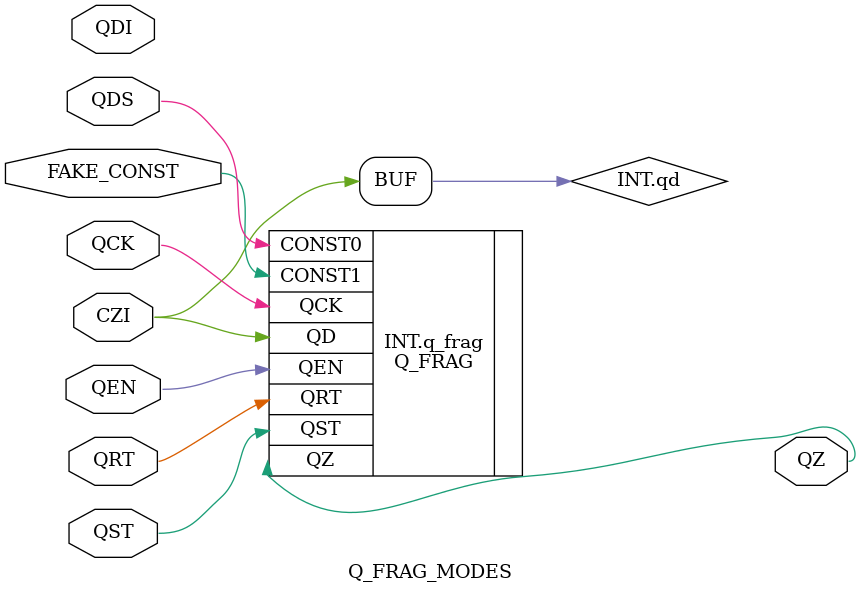
<source format=v>
`include "./q_frag.sim.v"

(* MODES="INT;EXT" *)
module Q_FRAG_MODES (QCK, QST, QRT, QEN, QDI, QDS, CZI, QZ, FAKE_CONST);
    input  wire QCK;
    input  wire QST;
    input  wire QRT;
    input  wire QEN;
    input  wire QDI;
    input  wire QDS;
    input  wire CZI;
    output wire QZ;

    input  wire FAKE_CONST;

    parameter MODE = "INT";

    // Q_FRAG with the FF connected to CZI
    generate if (MODE == "INT") begin : INT

        (* pack="C_FRAG_to_FF;B_FRAG_to_FF" *)
        wire   qd;
        assign qd = CZI;

        Q_FRAG q_frag (
            .QCK    (QCK),
            .QST    (QST),
            .QRT    (QRT),
            .QEN    (QEN),    
            .QZ     (QZ),
            .QD     (qd),
            .CONST0 (QDS),
            .CONST1 (FAKE_CONST)
        );

    // Q_FRAG with the FF connected to QDI (external)
    end if (MODE == "EXT") begin : EXT

        Q_FRAG q_frag (
            .QCK    (QCK),
            .QST    (QST),
            .QRT    (QRT),
            .QEN    (QEN),    
            .QZ     (QZ),
            .QD     (QDI),
            .CONST0 (FAKE_CONST),
            .CONST1 (QDS)
        );

    end endgenerate

endmodule

</source>
